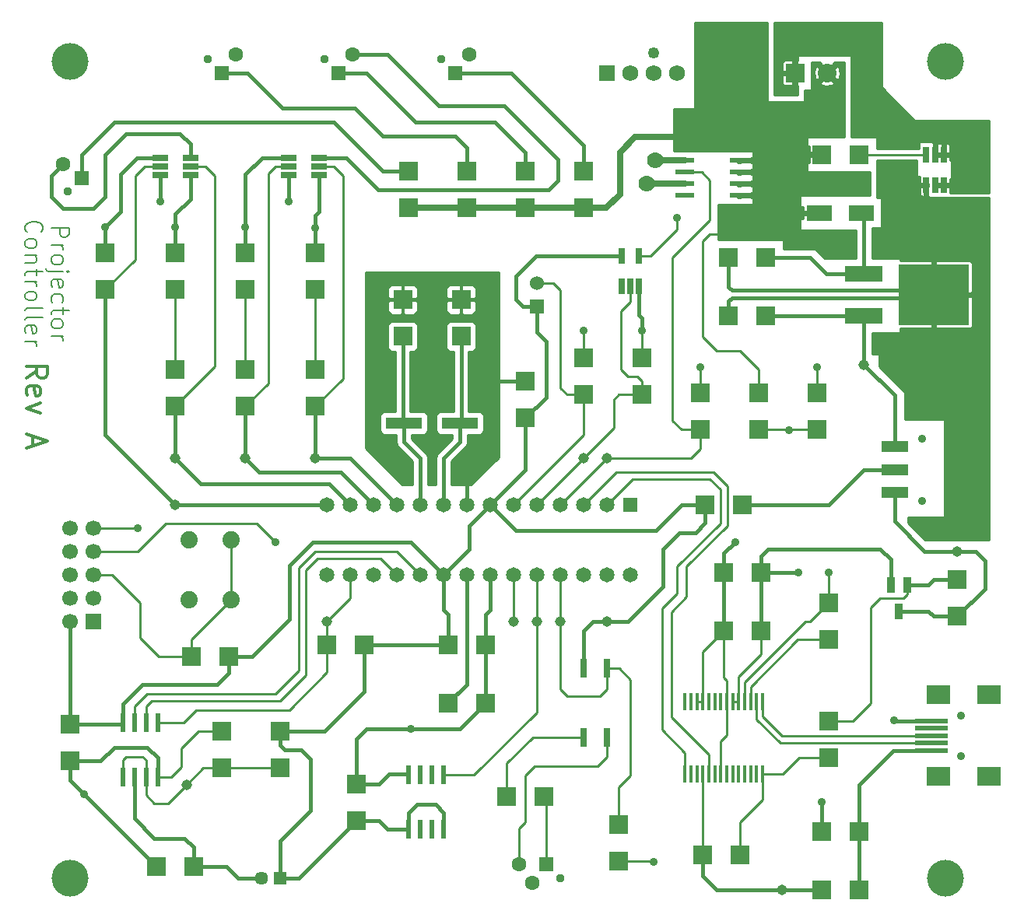
<source format=gtl>
G04 (created by PCBNEW (2013-mar-13)-testing) date Mon 25 Mar 2013 11:40:00 PM EDT*
%MOIN*%
G04 Gerber Fmt 3.4, Leading zero omitted, Abs format*
%FSLAX34Y34*%
G01*
G70*
G90*
G04 APERTURE LIST*
%ADD10C,0.006*%
%ADD11C,0.011811*%
%ADD12C,0.007*%
%ADD13R,0.06X0.06*%
%ADD14C,0.06*%
%ADD15R,0.15748X0.0492126*%
%ADD16R,0.036X0.07*%
%ADD17R,0.0688976X0.0275591*%
%ADD18R,0.0275591X0.0688976*%
%ADD19R,0.0314961X0.0787402*%
%ADD20R,0.023622X0.0787402*%
%ADD21R,0.0787402X0.023622*%
%ADD22R,0.08X0.08*%
%ADD23C,0.045*%
%ADD24R,0.16X0.065*%
%ADD25R,0.3X0.26*%
%ADD26R,0.0669291X0.0669291*%
%ADD27C,0.0669291*%
%ADD28C,0.0649606*%
%ADD29R,0.0649606X0.0649606*%
%ADD30R,0.0570866X0.0570866*%
%ADD31C,0.0570866*%
%ADD32R,0.0688976X0.0688976*%
%ADD33C,0.0688976*%
%ADD34C,0.0492126*%
%ADD35C,0.15748*%
%ADD36R,0.141732X0.019685*%
%ADD37R,0.0984252X0.0787402*%
%ADD38C,0.0354331*%
%ADD39R,0.110236X0.0669291*%
%ADD40R,0.0137X0.075*%
%ADD41R,0.11811X0.0472441*%
%ADD42R,0.0629921X0.0629921*%
%ADD43C,0.0374016*%
%ADD44C,0.0629921*%
%ADD45C,0.074*%
%ADD46C,0.08*%
%ADD47C,0.035*%
%ADD48C,0.07*%
%ADD49C,0.025*%
%ADD50C,0.01*%
%ADD51C,0.015*%
G04 APERTURE END LIST*
G54D10*
G54D11*
X39135Y-35571D02*
X39564Y-35271D01*
X39135Y-35057D02*
X40035Y-35057D01*
X40035Y-35400D01*
X39992Y-35485D01*
X39950Y-35528D01*
X39864Y-35571D01*
X39735Y-35571D01*
X39650Y-35528D01*
X39607Y-35485D01*
X39564Y-35400D01*
X39564Y-35057D01*
X39178Y-36300D02*
X39135Y-36214D01*
X39135Y-36042D01*
X39178Y-35957D01*
X39264Y-35914D01*
X39607Y-35914D01*
X39692Y-35957D01*
X39735Y-36042D01*
X39735Y-36214D01*
X39692Y-36300D01*
X39607Y-36342D01*
X39521Y-36342D01*
X39435Y-35914D01*
X39735Y-36642D02*
X39135Y-36857D01*
X39735Y-37071D01*
X39392Y-38057D02*
X39392Y-38485D01*
X39135Y-37971D02*
X40035Y-38271D01*
X39135Y-38571D01*
G54D12*
X40196Y-29125D02*
X40946Y-29125D01*
X40946Y-29410D01*
X40910Y-29482D01*
X40875Y-29517D01*
X40803Y-29553D01*
X40696Y-29553D01*
X40625Y-29517D01*
X40589Y-29482D01*
X40553Y-29410D01*
X40553Y-29125D01*
X40196Y-29875D02*
X40696Y-29875D01*
X40553Y-29875D02*
X40625Y-29910D01*
X40660Y-29946D01*
X40696Y-30017D01*
X40696Y-30089D01*
X40196Y-30446D02*
X40232Y-30375D01*
X40267Y-30339D01*
X40339Y-30303D01*
X40553Y-30303D01*
X40625Y-30339D01*
X40660Y-30375D01*
X40696Y-30446D01*
X40696Y-30553D01*
X40660Y-30625D01*
X40625Y-30660D01*
X40553Y-30696D01*
X40339Y-30696D01*
X40267Y-30660D01*
X40232Y-30625D01*
X40196Y-30553D01*
X40196Y-30446D01*
X40696Y-31017D02*
X40053Y-31017D01*
X39982Y-30982D01*
X39946Y-30910D01*
X39946Y-30875D01*
X40946Y-31017D02*
X40910Y-30982D01*
X40875Y-31017D01*
X40910Y-31053D01*
X40946Y-31017D01*
X40875Y-31017D01*
X40232Y-31660D02*
X40196Y-31589D01*
X40196Y-31446D01*
X40232Y-31375D01*
X40303Y-31339D01*
X40589Y-31339D01*
X40660Y-31375D01*
X40696Y-31446D01*
X40696Y-31589D01*
X40660Y-31660D01*
X40589Y-31696D01*
X40517Y-31696D01*
X40446Y-31339D01*
X40232Y-32339D02*
X40196Y-32267D01*
X40196Y-32125D01*
X40232Y-32053D01*
X40267Y-32017D01*
X40339Y-31982D01*
X40553Y-31982D01*
X40625Y-32017D01*
X40660Y-32053D01*
X40696Y-32125D01*
X40696Y-32267D01*
X40660Y-32339D01*
X40696Y-32553D02*
X40696Y-32839D01*
X40946Y-32660D02*
X40303Y-32660D01*
X40232Y-32696D01*
X40196Y-32767D01*
X40196Y-32839D01*
X40196Y-33196D02*
X40232Y-33125D01*
X40267Y-33089D01*
X40339Y-33053D01*
X40553Y-33053D01*
X40625Y-33089D01*
X40660Y-33125D01*
X40696Y-33196D01*
X40696Y-33303D01*
X40660Y-33375D01*
X40625Y-33410D01*
X40553Y-33446D01*
X40339Y-33446D01*
X40267Y-33410D01*
X40232Y-33375D01*
X40196Y-33303D01*
X40196Y-33196D01*
X40196Y-33767D02*
X40696Y-33767D01*
X40553Y-33767D02*
X40625Y-33803D01*
X40660Y-33839D01*
X40696Y-33910D01*
X40696Y-33982D01*
X39147Y-29321D02*
X39112Y-29285D01*
X39076Y-29178D01*
X39076Y-29107D01*
X39112Y-29000D01*
X39183Y-28928D01*
X39255Y-28892D01*
X39397Y-28857D01*
X39505Y-28857D01*
X39647Y-28892D01*
X39719Y-28928D01*
X39790Y-29000D01*
X39826Y-29107D01*
X39826Y-29178D01*
X39790Y-29285D01*
X39755Y-29321D01*
X39076Y-29750D02*
X39112Y-29678D01*
X39147Y-29642D01*
X39219Y-29607D01*
X39433Y-29607D01*
X39505Y-29642D01*
X39540Y-29678D01*
X39576Y-29750D01*
X39576Y-29857D01*
X39540Y-29928D01*
X39505Y-29964D01*
X39433Y-30000D01*
X39219Y-30000D01*
X39147Y-29964D01*
X39112Y-29928D01*
X39076Y-29857D01*
X39076Y-29750D01*
X39576Y-30321D02*
X39076Y-30321D01*
X39505Y-30321D02*
X39540Y-30357D01*
X39576Y-30428D01*
X39576Y-30535D01*
X39540Y-30607D01*
X39469Y-30642D01*
X39076Y-30642D01*
X39576Y-30892D02*
X39576Y-31178D01*
X39826Y-31000D02*
X39183Y-31000D01*
X39112Y-31035D01*
X39076Y-31107D01*
X39076Y-31178D01*
X39076Y-31428D02*
X39576Y-31428D01*
X39433Y-31428D02*
X39505Y-31464D01*
X39540Y-31500D01*
X39576Y-31571D01*
X39576Y-31642D01*
X39076Y-32000D02*
X39112Y-31928D01*
X39147Y-31892D01*
X39219Y-31857D01*
X39433Y-31857D01*
X39505Y-31892D01*
X39540Y-31928D01*
X39576Y-32000D01*
X39576Y-32107D01*
X39540Y-32178D01*
X39505Y-32214D01*
X39433Y-32250D01*
X39219Y-32250D01*
X39147Y-32214D01*
X39112Y-32178D01*
X39076Y-32107D01*
X39076Y-32000D01*
X39076Y-32678D02*
X39112Y-32607D01*
X39183Y-32571D01*
X39826Y-32571D01*
X39076Y-33071D02*
X39112Y-33000D01*
X39183Y-32964D01*
X39826Y-32964D01*
X39112Y-33642D02*
X39076Y-33571D01*
X39076Y-33428D01*
X39112Y-33357D01*
X39183Y-33321D01*
X39469Y-33321D01*
X39540Y-33357D01*
X39576Y-33428D01*
X39576Y-33571D01*
X39540Y-33642D01*
X39469Y-33678D01*
X39397Y-33678D01*
X39326Y-33321D01*
X39076Y-33999D02*
X39576Y-33999D01*
X39433Y-33999D02*
X39505Y-34035D01*
X39540Y-34071D01*
X39576Y-34142D01*
X39576Y-34214D01*
G54D13*
X61000Y-32500D03*
G54D14*
X61000Y-31500D03*
G54D15*
X55300Y-37500D03*
X57700Y-37500D03*
G54D16*
X76150Y-44425D03*
X76850Y-44425D03*
X76500Y-45575D03*
G54D17*
X50350Y-26875D03*
X50350Y-26500D03*
X50350Y-26125D03*
X51649Y-26125D03*
X51649Y-26500D03*
X51649Y-26875D03*
X44850Y-26875D03*
X44850Y-26500D03*
X44850Y-26125D03*
X46149Y-26125D03*
X46149Y-26500D03*
X46149Y-26875D03*
G54D18*
X78425Y-27299D03*
X78050Y-27299D03*
X77675Y-27299D03*
X77675Y-26000D03*
X78050Y-26000D03*
X78425Y-26000D03*
X64625Y-30350D03*
X65375Y-30350D03*
X65375Y-31649D03*
X65000Y-31649D03*
X64625Y-31649D03*
G54D19*
X63000Y-50976D03*
X64000Y-50976D03*
X64000Y-48023D03*
X63000Y-48023D03*
G54D20*
X57000Y-54911D03*
X57000Y-52588D03*
X56500Y-54911D03*
X56000Y-54911D03*
X55500Y-54911D03*
X56500Y-52588D03*
X56000Y-52588D03*
X55500Y-52588D03*
X43250Y-50338D03*
X43250Y-52661D03*
X43750Y-50338D03*
X44250Y-50338D03*
X44750Y-50338D03*
X43750Y-52661D03*
X44250Y-52661D03*
X44750Y-52661D03*
G54D21*
X69661Y-26250D03*
X67338Y-26250D03*
X69661Y-26750D03*
X69661Y-27250D03*
X69661Y-27750D03*
X67338Y-26750D03*
X67338Y-27250D03*
X67338Y-27750D03*
G54D22*
X61290Y-53500D03*
X59710Y-53500D03*
X64500Y-54710D03*
X64500Y-56290D03*
X73210Y-26000D03*
X74790Y-26000D03*
X69790Y-41000D03*
X68210Y-41000D03*
X74790Y-57500D03*
X73210Y-57500D03*
X63000Y-28290D03*
X63000Y-26710D03*
X55500Y-28290D03*
X55500Y-26710D03*
X70590Y-43900D03*
X69010Y-43900D03*
X58000Y-28290D03*
X58000Y-26710D03*
X60500Y-28290D03*
X60500Y-26710D03*
X41000Y-50410D03*
X41000Y-51990D03*
X70590Y-46400D03*
X69010Y-46400D03*
X70790Y-30400D03*
X69210Y-30400D03*
X70790Y-32900D03*
X69210Y-32900D03*
X68000Y-37790D03*
X68000Y-36210D03*
X65500Y-36290D03*
X65500Y-34710D03*
X42500Y-31790D03*
X42500Y-30210D03*
X79000Y-44210D03*
X79000Y-45790D03*
X73500Y-51840D03*
X73500Y-50260D03*
X74790Y-55000D03*
X73210Y-55000D03*
X60500Y-37290D03*
X60500Y-35710D03*
X57210Y-47000D03*
X58790Y-47000D03*
X57210Y-49500D03*
X58790Y-49500D03*
X57750Y-33790D03*
X57750Y-32210D03*
X73500Y-46790D03*
X73500Y-45210D03*
X68110Y-56000D03*
X69690Y-56000D03*
X45500Y-31790D03*
X45500Y-30210D03*
X48500Y-31790D03*
X48500Y-30210D03*
X51500Y-31790D03*
X51500Y-30210D03*
X63000Y-36290D03*
X63000Y-34710D03*
X55250Y-33790D03*
X55250Y-32210D03*
X50000Y-50710D03*
X50000Y-52290D03*
X47500Y-52290D03*
X47500Y-50710D03*
X47790Y-47500D03*
X46210Y-47500D03*
X53590Y-47000D03*
X52010Y-47000D03*
X53250Y-54540D03*
X53250Y-52960D03*
X46290Y-56500D03*
X44710Y-56500D03*
X70500Y-36210D03*
X70500Y-37790D03*
X73000Y-37790D03*
X73000Y-36210D03*
X51500Y-36790D03*
X51500Y-35210D03*
X48500Y-36790D03*
X48500Y-35210D03*
X45500Y-36790D03*
X45500Y-35210D03*
G54D23*
X64000Y-46000D03*
X71500Y-57500D03*
X62000Y-46000D03*
X79000Y-43000D03*
X75000Y-35000D03*
X52000Y-46000D03*
X46000Y-53000D03*
X64000Y-39000D03*
X63000Y-39000D03*
X48500Y-39000D03*
X51500Y-39000D03*
X45500Y-39000D03*
X45500Y-41000D03*
X60000Y-46000D03*
X61000Y-46000D03*
G54D24*
X75000Y-31100D03*
G54D25*
X78000Y-32000D03*
G54D24*
X75000Y-32900D03*
G54D26*
X42000Y-46000D03*
G54D27*
X42000Y-45000D03*
X42000Y-44000D03*
X42000Y-43000D03*
X42000Y-42000D03*
X41000Y-42000D03*
X41000Y-43000D03*
X41000Y-44000D03*
X41000Y-45000D03*
X41000Y-46000D03*
G54D28*
X64000Y-41000D03*
X63000Y-41000D03*
X62000Y-41000D03*
X61000Y-41000D03*
X60000Y-41000D03*
X59000Y-41000D03*
X58000Y-41000D03*
X57000Y-41000D03*
X56000Y-41000D03*
X55000Y-41000D03*
X54000Y-41000D03*
X53000Y-41000D03*
X52000Y-41000D03*
G54D29*
X65000Y-41000D03*
G54D28*
X52000Y-44000D03*
X53000Y-44000D03*
X54000Y-44000D03*
X55000Y-44000D03*
X56000Y-44000D03*
X57000Y-44000D03*
X58000Y-44000D03*
X59000Y-44000D03*
X60000Y-44000D03*
X61000Y-44000D03*
X62000Y-44000D03*
X63000Y-44000D03*
X64000Y-44000D03*
X65000Y-44000D03*
G54D30*
X49993Y-57000D03*
G54D31*
X49206Y-57000D03*
G54D32*
X64000Y-22500D03*
G54D33*
X65000Y-22500D03*
X66000Y-22500D03*
X67000Y-22500D03*
G54D34*
X66000Y-21650D03*
G54D35*
X78500Y-57000D03*
X78500Y-22000D03*
X41000Y-57000D03*
X41000Y-22000D03*
G54D36*
X77885Y-51529D03*
X77885Y-51214D03*
X77885Y-50900D03*
X77885Y-50585D03*
X77885Y-50270D03*
G54D37*
X78181Y-52652D03*
X80346Y-52652D03*
X78181Y-49148D03*
X80346Y-49148D03*
G54D38*
X79165Y-51766D03*
X79165Y-50034D03*
G54D39*
X73094Y-28500D03*
X74905Y-28500D03*
G54D40*
X67335Y-52550D03*
X67595Y-52550D03*
X67850Y-52550D03*
X68105Y-52550D03*
X68360Y-52550D03*
X68620Y-52550D03*
X68870Y-52550D03*
X69125Y-52550D03*
X69380Y-52550D03*
X69640Y-52550D03*
X69895Y-52550D03*
X70150Y-52550D03*
X70405Y-52550D03*
X70660Y-52550D03*
X70660Y-49450D03*
X70410Y-49450D03*
X70150Y-49450D03*
X69895Y-49450D03*
X69640Y-49450D03*
X69385Y-49450D03*
X69130Y-49450D03*
X68875Y-49450D03*
X68615Y-49450D03*
X68360Y-49450D03*
X68105Y-49450D03*
X67850Y-49450D03*
X67590Y-49450D03*
X67335Y-49450D03*
G54D41*
X76318Y-38515D03*
X76318Y-39500D03*
X76318Y-40484D03*
G54D38*
X77500Y-40838D03*
X77500Y-38161D03*
G54D42*
X47500Y-22493D03*
G54D43*
X46909Y-21903D03*
G54D44*
X48090Y-21706D03*
G54D42*
X52500Y-22493D03*
G54D43*
X51909Y-21903D03*
G54D44*
X53090Y-21706D03*
G54D42*
X57500Y-22493D03*
G54D43*
X56909Y-21903D03*
G54D44*
X58090Y-21706D03*
G54D42*
X41493Y-27000D03*
G54D43*
X40903Y-27590D03*
G54D44*
X40706Y-26409D03*
G54D42*
X61400Y-56406D03*
G54D43*
X61990Y-56996D03*
G54D44*
X60809Y-57193D03*
X60214Y-56406D03*
G54D45*
X47890Y-42520D03*
X47890Y-45080D03*
X46110Y-42520D03*
X46110Y-45080D03*
G54D46*
X73427Y-22500D03*
G54D22*
X72050Y-22500D03*
G54D47*
X71800Y-37800D03*
X43900Y-42000D03*
X49800Y-42600D03*
X72200Y-43900D03*
X55600Y-50600D03*
X41600Y-53400D03*
G54D48*
X66050Y-26250D03*
X77500Y-28800D03*
G54D47*
X66000Y-56300D03*
X73200Y-53750D03*
X76300Y-50250D03*
X73500Y-43900D03*
X69500Y-42600D03*
X73000Y-35100D03*
X68000Y-35100D03*
X65500Y-33550D03*
X48500Y-29100D03*
X63000Y-33550D03*
X42500Y-29100D03*
X45500Y-29100D03*
X51500Y-29150D03*
X56500Y-32200D03*
G54D48*
X65700Y-27250D03*
G54D47*
X67000Y-28700D03*
X50350Y-28000D03*
X44850Y-28000D03*
G54D49*
X63000Y-28290D02*
X63960Y-28290D01*
X72100Y-26000D02*
X73210Y-26000D01*
X71350Y-25250D02*
X72100Y-26000D01*
X65200Y-25250D02*
X71350Y-25250D01*
X64550Y-25900D02*
X65200Y-25250D01*
X64550Y-27700D02*
X64550Y-25900D01*
X63960Y-28290D02*
X64550Y-27700D01*
G54D50*
X70500Y-36210D02*
X70500Y-35200D01*
X71700Y-28500D02*
X73094Y-28500D01*
X70800Y-29400D02*
X71700Y-28500D01*
X68400Y-29400D02*
X70800Y-29400D01*
X68100Y-29700D02*
X68400Y-29400D01*
X68100Y-33800D02*
X68100Y-29700D01*
X68700Y-34400D02*
X68100Y-33800D01*
X69700Y-34400D02*
X68700Y-34400D01*
X70500Y-35200D02*
X69700Y-34400D01*
G54D49*
X60500Y-28290D02*
X63000Y-28290D01*
X58000Y-28290D02*
X60500Y-28290D01*
X55500Y-28290D02*
X58000Y-28290D01*
G54D51*
X60500Y-37290D02*
X60510Y-37290D01*
X61000Y-33600D02*
X61000Y-32500D01*
X61400Y-34000D02*
X61000Y-33600D01*
X61400Y-36400D02*
X61400Y-34000D01*
X60510Y-37290D02*
X61400Y-36400D01*
X61000Y-32500D02*
X60400Y-32500D01*
X60400Y-32500D02*
X60100Y-32200D01*
X60100Y-32200D02*
X60100Y-31200D01*
X60100Y-31200D02*
X60949Y-30350D01*
X60949Y-30350D02*
X64625Y-30350D01*
X49993Y-57000D02*
X50790Y-57000D01*
X50790Y-57000D02*
X53250Y-54540D01*
X55500Y-54911D02*
X55500Y-54200D01*
X57000Y-54200D02*
X57000Y-54911D01*
X56650Y-53850D02*
X57000Y-54200D01*
X55850Y-53850D02*
X56650Y-53850D01*
X55500Y-54200D02*
X55850Y-53850D01*
X53250Y-54540D02*
X54240Y-54540D01*
X54240Y-54540D02*
X54611Y-54911D01*
X54611Y-54911D02*
X55500Y-54911D01*
X64000Y-46000D02*
X64900Y-46000D01*
X68210Y-41790D02*
X68210Y-41000D01*
X67800Y-42200D02*
X68210Y-41790D01*
X67100Y-42200D02*
X67800Y-42200D01*
X66400Y-42900D02*
X67100Y-42200D01*
X66400Y-44500D02*
X66400Y-42900D01*
X64900Y-46000D02*
X66400Y-44500D01*
X68210Y-41000D02*
X67200Y-41000D01*
X67200Y-41000D02*
X66100Y-42100D01*
X66100Y-42100D02*
X60100Y-42100D01*
X60100Y-42100D02*
X59000Y-41000D01*
X41000Y-50410D02*
X43178Y-50410D01*
X43178Y-50410D02*
X43250Y-50338D01*
X41000Y-50410D02*
X41000Y-46000D01*
X59000Y-41000D02*
X58100Y-41900D01*
X58100Y-42900D02*
X57000Y-44000D01*
X58100Y-41900D02*
X58100Y-42900D01*
X63000Y-48023D02*
X63000Y-46400D01*
X63400Y-46000D02*
X64000Y-46000D01*
X63000Y-46400D02*
X63400Y-46000D01*
X47790Y-47500D02*
X47790Y-48210D01*
X47790Y-48210D02*
X47300Y-48700D01*
X47300Y-48700D02*
X44100Y-48700D01*
X44100Y-48700D02*
X43250Y-49550D01*
X43250Y-49550D02*
X43250Y-50338D01*
X47790Y-47500D02*
X48800Y-47500D01*
X48800Y-47500D02*
X50400Y-45900D01*
X50400Y-45900D02*
X50400Y-43600D01*
X50400Y-43600D02*
X51400Y-42600D01*
X51400Y-42600D02*
X55600Y-42600D01*
X55600Y-42600D02*
X57000Y-44000D01*
X49993Y-57000D02*
X49993Y-55406D01*
X50000Y-51300D02*
X50000Y-50710D01*
X50200Y-51500D02*
X50000Y-51300D01*
X50900Y-51500D02*
X50200Y-51500D01*
X51300Y-51900D02*
X50900Y-51500D01*
X51300Y-54100D02*
X51300Y-51900D01*
X49993Y-55406D02*
X51300Y-54100D01*
X50000Y-50710D02*
X51890Y-50710D01*
X53590Y-49010D02*
X53590Y-47000D01*
X51890Y-50710D02*
X53590Y-49010D01*
X57210Y-47000D02*
X53590Y-47000D01*
X59000Y-41000D02*
X60500Y-39500D01*
X60500Y-39500D02*
X60500Y-37290D01*
X57000Y-44000D02*
X57000Y-45500D01*
X57210Y-45710D02*
X57210Y-47000D01*
X57000Y-45500D02*
X57210Y-45710D01*
X79000Y-43000D02*
X77600Y-43000D01*
X76318Y-41718D02*
X76318Y-40484D01*
X77600Y-43000D02*
X76318Y-41718D01*
X79000Y-45790D02*
X79010Y-45790D01*
X79800Y-43000D02*
X79000Y-43000D01*
X80200Y-43400D02*
X79800Y-43000D01*
X80200Y-44600D02*
X80200Y-43400D01*
X79010Y-45790D02*
X80200Y-44600D01*
X76500Y-45575D02*
X77775Y-45575D01*
X77990Y-45790D02*
X79000Y-45790D01*
X77775Y-45575D02*
X77990Y-45790D01*
G54D50*
X73000Y-37790D02*
X71810Y-37790D01*
X71810Y-37790D02*
X71800Y-37800D01*
X71790Y-37790D02*
X70500Y-37790D01*
X71800Y-37800D02*
X71790Y-37790D01*
X60000Y-46000D02*
X60000Y-44000D01*
X57000Y-52588D02*
X58311Y-52588D01*
X61000Y-49900D02*
X61000Y-46000D01*
X58311Y-52588D02*
X61000Y-49900D01*
X61000Y-46000D02*
X61000Y-44000D01*
X68000Y-37790D02*
X67190Y-37790D01*
X68050Y-26750D02*
X67338Y-26750D01*
X68400Y-27100D02*
X68050Y-26750D01*
X68400Y-28800D02*
X68400Y-27100D01*
X66800Y-30400D02*
X68400Y-28800D01*
X66800Y-37400D02*
X66800Y-30400D01*
X67190Y-37790D02*
X66800Y-37400D01*
X64000Y-39000D02*
X67600Y-39000D01*
X68000Y-38600D02*
X68000Y-37790D01*
X67600Y-39000D02*
X68000Y-38600D01*
X62000Y-41000D02*
X64000Y-39000D01*
X65500Y-36290D02*
X65500Y-35700D01*
X65000Y-32300D02*
X65000Y-31649D01*
X64600Y-32700D02*
X65000Y-32300D01*
X64600Y-35200D02*
X64600Y-32700D01*
X64900Y-35500D02*
X64600Y-35200D01*
X65300Y-35500D02*
X64900Y-35500D01*
X65500Y-35700D02*
X65300Y-35500D01*
X61000Y-41000D02*
X63000Y-39000D01*
X63000Y-39000D02*
X64300Y-37700D01*
X64300Y-37700D02*
X64300Y-36500D01*
X64300Y-36500D02*
X64510Y-36290D01*
X64510Y-36290D02*
X65500Y-36290D01*
X42500Y-31790D02*
X42510Y-31790D01*
X44200Y-26500D02*
X44850Y-26500D01*
X43800Y-26900D02*
X44200Y-26500D01*
X43800Y-30500D02*
X43800Y-26900D01*
X42510Y-31790D02*
X43800Y-30500D01*
G54D51*
X45500Y-41000D02*
X42500Y-38000D01*
X42500Y-38000D02*
X42500Y-31790D01*
X45500Y-41000D02*
X52000Y-41000D01*
G54D50*
X46149Y-26500D02*
X46800Y-26500D01*
X47200Y-35090D02*
X45500Y-36790D01*
X47200Y-26900D02*
X47200Y-35090D01*
X46800Y-26500D02*
X47200Y-26900D01*
G54D51*
X45500Y-39000D02*
X46600Y-40100D01*
X52100Y-40100D02*
X53000Y-41000D01*
X46600Y-40100D02*
X52100Y-40100D01*
X45500Y-36790D02*
X45500Y-39000D01*
X51500Y-39000D02*
X51500Y-36790D01*
X55000Y-41000D02*
X53000Y-39000D01*
X53000Y-39000D02*
X51500Y-39000D01*
G54D50*
X51500Y-36790D02*
X51510Y-36790D01*
X51510Y-36790D02*
X52700Y-35600D01*
X52700Y-35600D02*
X52700Y-26900D01*
X52700Y-26900D02*
X52300Y-26500D01*
X52300Y-26500D02*
X51649Y-26500D01*
G54D51*
X48500Y-36790D02*
X48500Y-39000D01*
X48500Y-39000D02*
X49100Y-39600D01*
X49100Y-39600D02*
X52600Y-39600D01*
X52600Y-39600D02*
X54000Y-41000D01*
G54D50*
X48500Y-36790D02*
X48510Y-36790D01*
X49800Y-26500D02*
X50350Y-26500D01*
X49500Y-26800D02*
X49800Y-26500D01*
X49500Y-35800D02*
X49500Y-26800D01*
X48510Y-36790D02*
X49500Y-35800D01*
X44250Y-50338D02*
X44250Y-49650D01*
X54300Y-43300D02*
X55000Y-44000D01*
X51600Y-43300D02*
X54300Y-43300D01*
X51100Y-43800D02*
X51600Y-43300D01*
X51100Y-48300D02*
X51100Y-43800D01*
X50000Y-49400D02*
X51100Y-48300D01*
X44500Y-49400D02*
X50000Y-49400D01*
X44250Y-49650D02*
X44500Y-49400D01*
X43900Y-42000D02*
X42000Y-42000D01*
X64000Y-48023D02*
X64000Y-48900D01*
X62000Y-48900D02*
X62000Y-46000D01*
X62300Y-49200D02*
X62000Y-48900D01*
X63700Y-49200D02*
X62300Y-49200D01*
X64000Y-48900D02*
X63700Y-49200D01*
X64500Y-54710D02*
X64500Y-53100D01*
X64523Y-48023D02*
X64000Y-48023D01*
X65000Y-48500D02*
X64523Y-48023D01*
X65000Y-52600D02*
X65000Y-48500D01*
X64500Y-53100D02*
X65000Y-52600D01*
X62000Y-44000D02*
X62000Y-46000D01*
X43750Y-50338D02*
X43750Y-49650D01*
X55000Y-43000D02*
X56000Y-44000D01*
X51500Y-43000D02*
X55000Y-43000D01*
X50800Y-43700D02*
X51500Y-43000D01*
X50800Y-48100D02*
X50800Y-43700D01*
X49800Y-49100D02*
X50800Y-48100D01*
X44300Y-49100D02*
X49800Y-49100D01*
X43750Y-49650D02*
X44300Y-49100D01*
X42000Y-43000D02*
X43900Y-43000D01*
X49000Y-41800D02*
X49800Y-42600D01*
X45100Y-41800D02*
X49000Y-41800D01*
X43900Y-43000D02*
X45100Y-41800D01*
X64000Y-41000D02*
X65100Y-39900D01*
X67335Y-51635D02*
X67335Y-52550D01*
X66350Y-50650D02*
X67335Y-51635D01*
X66350Y-45450D02*
X66350Y-50650D01*
X67000Y-44800D02*
X66350Y-45450D01*
X67000Y-43650D02*
X67000Y-44800D01*
X68850Y-41800D02*
X67000Y-43650D01*
X68850Y-40350D02*
X68850Y-41800D01*
X68400Y-39900D02*
X68850Y-40350D01*
X65100Y-39900D02*
X68400Y-39900D01*
X68360Y-52550D02*
X68360Y-51710D01*
X64400Y-39600D02*
X63000Y-41000D01*
X68550Y-39600D02*
X64400Y-39600D01*
X69150Y-40200D02*
X68550Y-39600D01*
X69150Y-41900D02*
X69150Y-40200D01*
X67400Y-43650D02*
X69150Y-41900D01*
X67400Y-44950D02*
X67400Y-43650D01*
X66750Y-45600D02*
X67400Y-44950D01*
X66750Y-50100D02*
X66750Y-45600D01*
X68360Y-51710D02*
X66750Y-50100D01*
G54D51*
X72200Y-43900D02*
X70590Y-43900D01*
X70590Y-43900D02*
X70590Y-43210D01*
X70590Y-43210D02*
X70900Y-42900D01*
X70900Y-42900D02*
X75700Y-42900D01*
X75700Y-42900D02*
X76150Y-43350D01*
X76150Y-43350D02*
X76150Y-44425D01*
G54D50*
X69640Y-49450D02*
X69640Y-48360D01*
X70590Y-47410D02*
X70590Y-46400D01*
X69640Y-48360D02*
X70590Y-47410D01*
G54D51*
X70590Y-46400D02*
X70590Y-43900D01*
X71500Y-57500D02*
X68700Y-57500D01*
X68110Y-56910D02*
X68110Y-56000D01*
X68700Y-57500D02*
X68110Y-56910D01*
G54D50*
X68110Y-56000D02*
X68110Y-52555D01*
X68110Y-52555D02*
X68105Y-52550D01*
G54D51*
X73210Y-57500D02*
X71500Y-57500D01*
G54D50*
X69385Y-49450D02*
X69640Y-49450D01*
X44750Y-50338D02*
X45861Y-50338D01*
X52010Y-48190D02*
X52010Y-47000D01*
X50400Y-49800D02*
X52010Y-48190D01*
X46400Y-49800D02*
X50400Y-49800D01*
X45861Y-50338D02*
X46400Y-49800D01*
X52010Y-47000D02*
X52010Y-46010D01*
X52010Y-46010D02*
X53000Y-45020D01*
X53000Y-45020D02*
X53000Y-44000D01*
X46210Y-47500D02*
X46210Y-46760D01*
X46210Y-46760D02*
X47890Y-45080D01*
X42000Y-44000D02*
X42800Y-44000D01*
X44800Y-47500D02*
X46210Y-47500D01*
X44000Y-46700D02*
X44800Y-47500D01*
X44000Y-45200D02*
X44000Y-46700D01*
X42800Y-44000D02*
X44000Y-45200D01*
X47890Y-45080D02*
X47890Y-42520D01*
X73500Y-50260D02*
X74540Y-50260D01*
X76850Y-44850D02*
X76850Y-44425D01*
X76700Y-45000D02*
X76850Y-44850D01*
X75700Y-45000D02*
X76700Y-45000D01*
X75300Y-45400D02*
X75700Y-45000D01*
X75300Y-49500D02*
X75300Y-45400D01*
X74540Y-50260D02*
X75300Y-49500D01*
G54D51*
X76850Y-44425D02*
X77775Y-44425D01*
X77775Y-44425D02*
X77990Y-44210D01*
X77990Y-44210D02*
X79000Y-44210D01*
G54D50*
X73500Y-50260D02*
X73500Y-50250D01*
G54D51*
X58790Y-49500D02*
X57690Y-50600D01*
X53250Y-51050D02*
X53700Y-50600D01*
X53700Y-50600D02*
X55600Y-50600D01*
X53250Y-51050D02*
X53250Y-52960D01*
X57690Y-50600D02*
X55600Y-50600D01*
X53250Y-52960D02*
X54240Y-52960D01*
X54240Y-52960D02*
X54650Y-52550D01*
X54650Y-52550D02*
X55461Y-52550D01*
X55461Y-52550D02*
X55500Y-52588D01*
X41000Y-51990D02*
X41000Y-52800D01*
X44700Y-56500D02*
X41600Y-53400D01*
X44700Y-56500D02*
X44710Y-56500D01*
X41000Y-52800D02*
X41600Y-53400D01*
G54D49*
X67338Y-26250D02*
X66050Y-26250D01*
G54D50*
X77675Y-27299D02*
X77200Y-27299D01*
X77000Y-28300D02*
X77500Y-28800D01*
X77000Y-27500D02*
X77000Y-28300D01*
X77200Y-27299D02*
X77000Y-27500D01*
G54D51*
X60500Y-35710D02*
X59010Y-35710D01*
X59010Y-35710D02*
X59000Y-35700D01*
X58000Y-41000D02*
X58000Y-39800D01*
G54D50*
X44750Y-52661D02*
X45338Y-52661D01*
X46490Y-50710D02*
X47500Y-50710D01*
X45750Y-51450D02*
X46490Y-50710D01*
X45750Y-52250D02*
X45750Y-51450D01*
X45338Y-52661D02*
X45750Y-52250D01*
X64500Y-56290D02*
X65350Y-56290D01*
X65990Y-56290D02*
X66000Y-56300D01*
X65350Y-56290D02*
X65990Y-56290D01*
G54D51*
X73210Y-55000D02*
X73210Y-53760D01*
X73210Y-53760D02*
X73200Y-53750D01*
X77885Y-50270D02*
X76320Y-50270D01*
X76320Y-50270D02*
X76300Y-50250D01*
G54D50*
X73500Y-45210D02*
X73500Y-43900D01*
G54D51*
X69010Y-43900D02*
X69010Y-43090D01*
X69010Y-43090D02*
X69500Y-42600D01*
G54D50*
X73000Y-36210D02*
X73000Y-35100D01*
X68000Y-36210D02*
X68000Y-35100D01*
G54D51*
X69210Y-30400D02*
X69210Y-31660D01*
X77800Y-31800D02*
X78000Y-32000D01*
X69350Y-31800D02*
X77800Y-31800D01*
X69210Y-31660D02*
X69350Y-31800D01*
X69210Y-32900D02*
X69210Y-32290D01*
X77850Y-32150D02*
X78000Y-32000D01*
X69350Y-32150D02*
X77850Y-32150D01*
X69210Y-32290D02*
X69350Y-32150D01*
G54D50*
X65500Y-34710D02*
X65500Y-33550D01*
G54D51*
X65375Y-32875D02*
X65500Y-33000D01*
X65500Y-33000D02*
X65500Y-33550D01*
X65375Y-32875D02*
X65375Y-31649D01*
X48500Y-30210D02*
X48500Y-29100D01*
X49225Y-26125D02*
X48500Y-26850D01*
X48500Y-26850D02*
X48500Y-29100D01*
X49225Y-26125D02*
X50350Y-26125D01*
G54D50*
X63000Y-34710D02*
X63000Y-33550D01*
G54D51*
X44850Y-26125D02*
X43875Y-26125D01*
X42500Y-29100D02*
X42500Y-30210D01*
X43150Y-28450D02*
X42500Y-29100D01*
X43150Y-26850D02*
X43150Y-28450D01*
X43875Y-26125D02*
X43150Y-26850D01*
X46149Y-26875D02*
X46149Y-27900D01*
X45500Y-29100D02*
X45500Y-30210D01*
X45500Y-28550D02*
X45500Y-29100D01*
X46149Y-27900D02*
X45500Y-28550D01*
X51649Y-26875D02*
X51649Y-28450D01*
X51500Y-29150D02*
X51500Y-30210D01*
X51500Y-28600D02*
X51500Y-29150D01*
X51649Y-28450D02*
X51500Y-28600D01*
X41000Y-51990D02*
X42310Y-51990D01*
X44750Y-51850D02*
X44750Y-52661D01*
X44300Y-51400D02*
X44750Y-51850D01*
X42900Y-51400D02*
X44300Y-51400D01*
X42310Y-51990D02*
X42900Y-51400D01*
G54D50*
X68105Y-49450D02*
X68105Y-47305D01*
X68105Y-47305D02*
X69010Y-46400D01*
X69130Y-49450D02*
X69130Y-48530D01*
X69130Y-48530D02*
X69010Y-48410D01*
X69010Y-48410D02*
X69010Y-46400D01*
X69895Y-49450D02*
X69895Y-48605D01*
X72710Y-46000D02*
X73500Y-45210D01*
X72500Y-46000D02*
X72710Y-46000D01*
X69895Y-48605D02*
X72500Y-46000D01*
X68870Y-52550D02*
X68870Y-51130D01*
X69130Y-50870D02*
X69130Y-49450D01*
X68870Y-51130D02*
X69130Y-50870D01*
G54D51*
X69010Y-43900D02*
X69010Y-46400D01*
X58790Y-49500D02*
X58790Y-47000D01*
G54D50*
X67850Y-49450D02*
X68105Y-49450D01*
G54D51*
X57750Y-32210D02*
X56510Y-32210D01*
X56490Y-32210D02*
X56500Y-32200D01*
X56490Y-32210D02*
X55250Y-32210D01*
X56510Y-32210D02*
X56500Y-32200D01*
X58790Y-47000D02*
X58790Y-45710D01*
X59000Y-45500D02*
X59000Y-44000D01*
X58790Y-45710D02*
X59000Y-45500D01*
G54D50*
X51500Y-35210D02*
X51500Y-31790D01*
G54D51*
X46290Y-56500D02*
X46290Y-55690D01*
X43750Y-54450D02*
X43750Y-52661D01*
X44600Y-55300D02*
X43750Y-54450D01*
X45900Y-55300D02*
X44600Y-55300D01*
X46290Y-55690D02*
X45900Y-55300D01*
X49206Y-57000D02*
X48200Y-57000D01*
X47700Y-56500D02*
X46290Y-56500D01*
X48200Y-57000D02*
X47700Y-56500D01*
X57210Y-49500D02*
X57210Y-49490D01*
X58000Y-48700D02*
X58000Y-44000D01*
X57210Y-49490D02*
X58000Y-48700D01*
X75000Y-31100D02*
X73400Y-31100D01*
X73400Y-31100D02*
X72700Y-30400D01*
X72700Y-30400D02*
X70790Y-30400D01*
X75000Y-31100D02*
X75000Y-28594D01*
X75000Y-28594D02*
X74905Y-28500D01*
G54D50*
X77885Y-51214D02*
X71414Y-51214D01*
X70410Y-50210D02*
X70410Y-49450D01*
X71414Y-51214D02*
X70410Y-50210D01*
X70660Y-49450D02*
X70660Y-50060D01*
X71500Y-50900D02*
X77885Y-50900D01*
X70660Y-50060D02*
X71500Y-50900D01*
X63000Y-36290D02*
X62290Y-36290D01*
X61700Y-31500D02*
X61000Y-31500D01*
X62000Y-31800D02*
X61700Y-31500D01*
X62000Y-36000D02*
X62000Y-31800D01*
X62290Y-36290D02*
X62000Y-36000D01*
X60000Y-41000D02*
X63000Y-38000D01*
X63000Y-38000D02*
X63000Y-36290D01*
X73500Y-51840D02*
X72240Y-51840D01*
X71530Y-52550D02*
X70660Y-52550D01*
X72240Y-51840D02*
X71530Y-52550D01*
X69690Y-56000D02*
X69690Y-54610D01*
X70660Y-53640D02*
X70660Y-52550D01*
X69690Y-54610D02*
X70660Y-53640D01*
X70150Y-49450D02*
X70150Y-48800D01*
X72160Y-46790D02*
X73500Y-46790D01*
X70150Y-48800D02*
X72160Y-46790D01*
G54D51*
X74790Y-57500D02*
X74790Y-55000D01*
X77885Y-51529D02*
X76270Y-51529D01*
X74790Y-53010D02*
X74790Y-55000D01*
X76270Y-51529D02*
X74790Y-53010D01*
G54D50*
X74790Y-26000D02*
X77674Y-26000D01*
X77674Y-26000D02*
X77675Y-26000D01*
G54D49*
X67338Y-27250D02*
X65700Y-27250D01*
G54D50*
X65375Y-30350D02*
X65849Y-30350D01*
X67000Y-29200D02*
X67000Y-28700D01*
X65849Y-30350D02*
X67000Y-29200D01*
X61400Y-56406D02*
X61400Y-53610D01*
X61400Y-53610D02*
X61290Y-53500D01*
X59710Y-53500D02*
X59710Y-52090D01*
X60823Y-50976D02*
X63000Y-50976D01*
X59710Y-52090D02*
X60823Y-50976D01*
X64000Y-50976D02*
X64000Y-51800D01*
X60214Y-54885D02*
X60214Y-56406D01*
X60500Y-54600D02*
X60214Y-54885D01*
X60500Y-52600D02*
X60500Y-54600D01*
X60900Y-52200D02*
X60500Y-52600D01*
X63600Y-52200D02*
X60900Y-52200D01*
X64000Y-51800D02*
X63600Y-52200D01*
G54D51*
X76318Y-38515D02*
X76318Y-36318D01*
X76318Y-36318D02*
X75000Y-35000D01*
X75000Y-32900D02*
X75000Y-35000D01*
X75000Y-32900D02*
X70790Y-32900D01*
X50350Y-27999D02*
X50350Y-26875D01*
X50350Y-28000D02*
X50350Y-27999D01*
G54D50*
X45500Y-35210D02*
X45500Y-31790D01*
G54D51*
X44850Y-27999D02*
X44850Y-26875D01*
X44850Y-28000D02*
X44850Y-27999D01*
X53090Y-21706D02*
X54606Y-21706D01*
X52825Y-26125D02*
X51649Y-26125D01*
X54200Y-27500D02*
X52825Y-26125D01*
X61500Y-27500D02*
X54200Y-27500D01*
X61900Y-27100D02*
X61500Y-27500D01*
X61900Y-26200D02*
X61900Y-27100D01*
X59600Y-23900D02*
X61900Y-26200D01*
X56800Y-23900D02*
X59600Y-23900D01*
X54606Y-21706D02*
X56800Y-23900D01*
X40706Y-26409D02*
X40200Y-26915D01*
X46149Y-25549D02*
X46149Y-26125D01*
X45700Y-25100D02*
X46149Y-25549D01*
X43400Y-25100D02*
X45700Y-25100D01*
X42500Y-26000D02*
X43400Y-25100D01*
X42500Y-27800D02*
X42500Y-26000D01*
X42000Y-28300D02*
X42500Y-27800D01*
X40700Y-28300D02*
X42000Y-28300D01*
X40200Y-27800D02*
X40700Y-28300D01*
X40200Y-26915D02*
X40200Y-27800D01*
X47500Y-22493D02*
X48593Y-22493D01*
X58000Y-25700D02*
X58000Y-26710D01*
X57500Y-25200D02*
X58000Y-25700D01*
X54400Y-25200D02*
X57500Y-25200D01*
X53200Y-24000D02*
X54400Y-25200D01*
X50100Y-24000D02*
X53200Y-24000D01*
X48593Y-22493D02*
X50100Y-24000D01*
X63000Y-26710D02*
X63000Y-25600D01*
X59893Y-22493D02*
X57500Y-22493D01*
X63000Y-25600D02*
X59893Y-22493D01*
X41493Y-27000D02*
X41493Y-26006D01*
X54410Y-26710D02*
X55500Y-26710D01*
X52300Y-24600D02*
X54410Y-26710D01*
X42900Y-24600D02*
X52300Y-24600D01*
X41493Y-26006D02*
X42900Y-24600D01*
X52500Y-22493D02*
X53693Y-22493D01*
X60500Y-25900D02*
X60500Y-26710D01*
X59200Y-24600D02*
X60500Y-25900D01*
X55800Y-24600D02*
X59200Y-24600D01*
X53693Y-22493D02*
X55800Y-24600D01*
X69790Y-41000D02*
X73500Y-41000D01*
X75000Y-39500D02*
X76318Y-39500D01*
X73500Y-41000D02*
X75000Y-39500D01*
G54D50*
X48500Y-35210D02*
X48500Y-31790D01*
G54D51*
X55250Y-33790D02*
X55250Y-37450D01*
X55250Y-37450D02*
X55300Y-37500D01*
X56000Y-41000D02*
X56000Y-39000D01*
X55300Y-38300D02*
X55300Y-37500D01*
X56000Y-39000D02*
X55300Y-38300D01*
X57750Y-33790D02*
X57750Y-37450D01*
X57750Y-37450D02*
X57700Y-37500D01*
X57000Y-41000D02*
X57000Y-39000D01*
X57700Y-38300D02*
X57700Y-37500D01*
X57000Y-39000D02*
X57700Y-38300D01*
G54D50*
X47500Y-52290D02*
X50000Y-52290D01*
X46000Y-53000D02*
X46710Y-52290D01*
X46710Y-52290D02*
X47500Y-52290D01*
X44250Y-52661D02*
X44250Y-53450D01*
X44250Y-53450D02*
X44600Y-53800D01*
X44600Y-53800D02*
X45200Y-53800D01*
X45200Y-53800D02*
X46000Y-53000D01*
X43250Y-52661D02*
X43250Y-51950D01*
X43250Y-51950D02*
X43400Y-51800D01*
X43400Y-51800D02*
X44100Y-51800D01*
X44100Y-51800D02*
X44250Y-51950D01*
X44250Y-51950D02*
X44250Y-52661D01*
G54D10*
G36*
X59350Y-38979D02*
X58179Y-40150D01*
X57325Y-40150D01*
X57325Y-39134D01*
X57929Y-38529D01*
X57929Y-38529D01*
X57929Y-38529D01*
X58000Y-38424D01*
X58000Y-38424D01*
X58020Y-38324D01*
X58025Y-38300D01*
X58024Y-38300D01*
X58025Y-38300D01*
X58025Y-37996D01*
X58536Y-37996D01*
X58628Y-37958D01*
X58699Y-37887D01*
X58737Y-37796D01*
X58737Y-37696D01*
X58737Y-37204D01*
X58699Y-37112D01*
X58629Y-37042D01*
X58537Y-37003D01*
X58437Y-37003D01*
X58075Y-37003D01*
X58075Y-34440D01*
X58199Y-34440D01*
X58291Y-34402D01*
X58361Y-34331D01*
X58399Y-34239D01*
X58400Y-34140D01*
X58400Y-33340D01*
X58400Y-32659D01*
X58400Y-31760D01*
X58362Y-31668D01*
X58291Y-31598D01*
X58199Y-31560D01*
X58100Y-31559D01*
X57837Y-31560D01*
X57775Y-31622D01*
X57775Y-32185D01*
X58337Y-32185D01*
X58400Y-32122D01*
X58400Y-31760D01*
X58400Y-32659D01*
X58400Y-32297D01*
X58337Y-32235D01*
X57775Y-32235D01*
X57775Y-32797D01*
X57837Y-32860D01*
X58100Y-32860D01*
X58199Y-32859D01*
X58291Y-32821D01*
X58362Y-32751D01*
X58400Y-32659D01*
X58400Y-33340D01*
X58362Y-33248D01*
X58291Y-33178D01*
X58199Y-33140D01*
X58100Y-33139D01*
X57725Y-33139D01*
X57725Y-32797D01*
X57725Y-32235D01*
X57725Y-32185D01*
X57725Y-31622D01*
X57662Y-31560D01*
X57399Y-31559D01*
X57300Y-31560D01*
X57208Y-31598D01*
X57137Y-31668D01*
X57099Y-31760D01*
X57100Y-32122D01*
X57162Y-32185D01*
X57725Y-32185D01*
X57725Y-32235D01*
X57162Y-32235D01*
X57100Y-32297D01*
X57099Y-32659D01*
X57137Y-32751D01*
X57208Y-32821D01*
X57300Y-32859D01*
X57399Y-32860D01*
X57662Y-32860D01*
X57725Y-32797D01*
X57725Y-33139D01*
X57300Y-33139D01*
X57208Y-33177D01*
X57138Y-33248D01*
X57100Y-33340D01*
X57099Y-33439D01*
X57099Y-34239D01*
X57137Y-34331D01*
X57208Y-34401D01*
X57300Y-34439D01*
X57399Y-34440D01*
X57425Y-34440D01*
X57425Y-37003D01*
X56863Y-37003D01*
X56771Y-37041D01*
X56700Y-37112D01*
X56662Y-37203D01*
X56662Y-37303D01*
X56662Y-37795D01*
X56700Y-37887D01*
X56770Y-37957D01*
X56862Y-37996D01*
X56962Y-37996D01*
X57375Y-37996D01*
X57375Y-38165D01*
X56770Y-38770D01*
X56699Y-38875D01*
X56675Y-39000D01*
X56675Y-40150D01*
X56325Y-40150D01*
X56325Y-39000D01*
X56324Y-38999D01*
X56325Y-38999D01*
X56320Y-38975D01*
X56300Y-38875D01*
X56300Y-38875D01*
X56229Y-38770D01*
X56229Y-38770D01*
X55625Y-38165D01*
X55625Y-37996D01*
X56136Y-37996D01*
X56228Y-37958D01*
X56299Y-37887D01*
X56337Y-37796D01*
X56337Y-37696D01*
X56337Y-37204D01*
X56299Y-37112D01*
X56229Y-37042D01*
X56137Y-37003D01*
X56037Y-37003D01*
X55575Y-37003D01*
X55575Y-34440D01*
X55699Y-34440D01*
X55791Y-34402D01*
X55861Y-34331D01*
X55899Y-34239D01*
X55900Y-34140D01*
X55900Y-33340D01*
X55900Y-32659D01*
X55900Y-31760D01*
X55862Y-31668D01*
X55791Y-31598D01*
X55699Y-31560D01*
X55600Y-31559D01*
X55337Y-31560D01*
X55275Y-31622D01*
X55275Y-32185D01*
X55837Y-32185D01*
X55900Y-32122D01*
X55900Y-31760D01*
X55900Y-32659D01*
X55900Y-32297D01*
X55837Y-32235D01*
X55275Y-32235D01*
X55275Y-32797D01*
X55337Y-32860D01*
X55600Y-32860D01*
X55699Y-32859D01*
X55791Y-32821D01*
X55862Y-32751D01*
X55900Y-32659D01*
X55900Y-33340D01*
X55862Y-33248D01*
X55791Y-33178D01*
X55699Y-33140D01*
X55600Y-33139D01*
X55225Y-33139D01*
X55225Y-32797D01*
X55225Y-32235D01*
X55225Y-32185D01*
X55225Y-31622D01*
X55162Y-31560D01*
X54899Y-31559D01*
X54800Y-31560D01*
X54708Y-31598D01*
X54637Y-31668D01*
X54599Y-31760D01*
X54600Y-32122D01*
X54662Y-32185D01*
X55225Y-32185D01*
X55225Y-32235D01*
X54662Y-32235D01*
X54600Y-32297D01*
X54599Y-32659D01*
X54637Y-32751D01*
X54708Y-32821D01*
X54800Y-32859D01*
X54899Y-32860D01*
X55162Y-32860D01*
X55225Y-32797D01*
X55225Y-33139D01*
X54800Y-33139D01*
X54708Y-33177D01*
X54638Y-33248D01*
X54600Y-33340D01*
X54599Y-33439D01*
X54599Y-34239D01*
X54637Y-34331D01*
X54708Y-34401D01*
X54800Y-34439D01*
X54899Y-34440D01*
X54925Y-34440D01*
X54925Y-37003D01*
X54463Y-37003D01*
X54371Y-37041D01*
X54300Y-37112D01*
X54262Y-37203D01*
X54262Y-37303D01*
X54262Y-37795D01*
X54300Y-37887D01*
X54370Y-37957D01*
X54462Y-37996D01*
X54562Y-37996D01*
X54975Y-37996D01*
X54975Y-38300D01*
X54999Y-38424D01*
X55070Y-38529D01*
X55675Y-39134D01*
X55675Y-40150D01*
X55220Y-40150D01*
X53650Y-38579D01*
X53650Y-31050D01*
X59350Y-31050D01*
X59350Y-38979D01*
X59350Y-38979D01*
G37*
G54D50*
X59350Y-38979D02*
X58179Y-40150D01*
X57325Y-40150D01*
X57325Y-39134D01*
X57929Y-38529D01*
X57929Y-38529D01*
X57929Y-38529D01*
X58000Y-38424D01*
X58000Y-38424D01*
X58020Y-38324D01*
X58025Y-38300D01*
X58024Y-38300D01*
X58025Y-38300D01*
X58025Y-37996D01*
X58536Y-37996D01*
X58628Y-37958D01*
X58699Y-37887D01*
X58737Y-37796D01*
X58737Y-37696D01*
X58737Y-37204D01*
X58699Y-37112D01*
X58629Y-37042D01*
X58537Y-37003D01*
X58437Y-37003D01*
X58075Y-37003D01*
X58075Y-34440D01*
X58199Y-34440D01*
X58291Y-34402D01*
X58361Y-34331D01*
X58399Y-34239D01*
X58400Y-34140D01*
X58400Y-33340D01*
X58400Y-32659D01*
X58400Y-31760D01*
X58362Y-31668D01*
X58291Y-31598D01*
X58199Y-31560D01*
X58100Y-31559D01*
X57837Y-31560D01*
X57775Y-31622D01*
X57775Y-32185D01*
X58337Y-32185D01*
X58400Y-32122D01*
X58400Y-31760D01*
X58400Y-32659D01*
X58400Y-32297D01*
X58337Y-32235D01*
X57775Y-32235D01*
X57775Y-32797D01*
X57837Y-32860D01*
X58100Y-32860D01*
X58199Y-32859D01*
X58291Y-32821D01*
X58362Y-32751D01*
X58400Y-32659D01*
X58400Y-33340D01*
X58362Y-33248D01*
X58291Y-33178D01*
X58199Y-33140D01*
X58100Y-33139D01*
X57725Y-33139D01*
X57725Y-32797D01*
X57725Y-32235D01*
X57725Y-32185D01*
X57725Y-31622D01*
X57662Y-31560D01*
X57399Y-31559D01*
X57300Y-31560D01*
X57208Y-31598D01*
X57137Y-31668D01*
X57099Y-31760D01*
X57100Y-32122D01*
X57162Y-32185D01*
X57725Y-32185D01*
X57725Y-32235D01*
X57162Y-32235D01*
X57100Y-32297D01*
X57099Y-32659D01*
X57137Y-32751D01*
X57208Y-32821D01*
X57300Y-32859D01*
X57399Y-32860D01*
X57662Y-32860D01*
X57725Y-32797D01*
X57725Y-33139D01*
X57300Y-33139D01*
X57208Y-33177D01*
X57138Y-33248D01*
X57100Y-33340D01*
X57099Y-33439D01*
X57099Y-34239D01*
X57137Y-34331D01*
X57208Y-34401D01*
X57300Y-34439D01*
X57399Y-34440D01*
X57425Y-34440D01*
X57425Y-37003D01*
X56863Y-37003D01*
X56771Y-37041D01*
X56700Y-37112D01*
X56662Y-37203D01*
X56662Y-37303D01*
X56662Y-37795D01*
X56700Y-37887D01*
X56770Y-37957D01*
X56862Y-37996D01*
X56962Y-37996D01*
X57375Y-37996D01*
X57375Y-38165D01*
X56770Y-38770D01*
X56699Y-38875D01*
X56675Y-39000D01*
X56675Y-40150D01*
X56325Y-40150D01*
X56325Y-39000D01*
X56324Y-38999D01*
X56325Y-38999D01*
X56320Y-38975D01*
X56300Y-38875D01*
X56300Y-38875D01*
X56229Y-38770D01*
X56229Y-38770D01*
X55625Y-38165D01*
X55625Y-37996D01*
X56136Y-37996D01*
X56228Y-37958D01*
X56299Y-37887D01*
X56337Y-37796D01*
X56337Y-37696D01*
X56337Y-37204D01*
X56299Y-37112D01*
X56229Y-37042D01*
X56137Y-37003D01*
X56037Y-37003D01*
X55575Y-37003D01*
X55575Y-34440D01*
X55699Y-34440D01*
X55791Y-34402D01*
X55861Y-34331D01*
X55899Y-34239D01*
X55900Y-34140D01*
X55900Y-33340D01*
X55900Y-32659D01*
X55900Y-31760D01*
X55862Y-31668D01*
X55791Y-31598D01*
X55699Y-31560D01*
X55600Y-31559D01*
X55337Y-31560D01*
X55275Y-31622D01*
X55275Y-32185D01*
X55837Y-32185D01*
X55900Y-32122D01*
X55900Y-31760D01*
X55900Y-32659D01*
X55900Y-32297D01*
X55837Y-32235D01*
X55275Y-32235D01*
X55275Y-32797D01*
X55337Y-32860D01*
X55600Y-32860D01*
X55699Y-32859D01*
X55791Y-32821D01*
X55862Y-32751D01*
X55900Y-32659D01*
X55900Y-33340D01*
X55862Y-33248D01*
X55791Y-33178D01*
X55699Y-33140D01*
X55600Y-33139D01*
X55225Y-33139D01*
X55225Y-32797D01*
X55225Y-32235D01*
X55225Y-32185D01*
X55225Y-31622D01*
X55162Y-31560D01*
X54899Y-31559D01*
X54800Y-31560D01*
X54708Y-31598D01*
X54637Y-31668D01*
X54599Y-31760D01*
X54600Y-32122D01*
X54662Y-32185D01*
X55225Y-32185D01*
X55225Y-32235D01*
X54662Y-32235D01*
X54600Y-32297D01*
X54599Y-32659D01*
X54637Y-32751D01*
X54708Y-32821D01*
X54800Y-32859D01*
X54899Y-32860D01*
X55162Y-32860D01*
X55225Y-32797D01*
X55225Y-33139D01*
X54800Y-33139D01*
X54708Y-33177D01*
X54638Y-33248D01*
X54600Y-33340D01*
X54599Y-33439D01*
X54599Y-34239D01*
X54637Y-34331D01*
X54708Y-34401D01*
X54800Y-34439D01*
X54899Y-34440D01*
X54925Y-34440D01*
X54925Y-37003D01*
X54463Y-37003D01*
X54371Y-37041D01*
X54300Y-37112D01*
X54262Y-37203D01*
X54262Y-37303D01*
X54262Y-37795D01*
X54300Y-37887D01*
X54370Y-37957D01*
X54462Y-37996D01*
X54562Y-37996D01*
X54975Y-37996D01*
X54975Y-38300D01*
X54999Y-38424D01*
X55070Y-38529D01*
X55675Y-39134D01*
X55675Y-40150D01*
X55220Y-40150D01*
X53650Y-38579D01*
X53650Y-31050D01*
X59350Y-31050D01*
X59350Y-38979D01*
G54D10*
G36*
X80350Y-42500D02*
X79650Y-42500D01*
X79650Y-33329D01*
X79650Y-30670D01*
X79627Y-30615D01*
X79585Y-30572D01*
X79529Y-30550D01*
X79470Y-30549D01*
X78112Y-30550D01*
X78075Y-30587D01*
X78075Y-31925D01*
X79612Y-31925D01*
X79650Y-31887D01*
X79650Y-30670D01*
X79650Y-33329D01*
X79650Y-32112D01*
X79612Y-32075D01*
X78075Y-32075D01*
X78075Y-33412D01*
X78112Y-33450D01*
X79470Y-33450D01*
X79529Y-33449D01*
X79585Y-33427D01*
X79627Y-33384D01*
X79650Y-33329D01*
X79650Y-42500D01*
X77620Y-42500D01*
X76900Y-41779D01*
X76900Y-41550D01*
X78450Y-41550D01*
X78450Y-37350D01*
X76750Y-37350D01*
X76750Y-36179D01*
X75650Y-35079D01*
X75650Y-34550D01*
X75350Y-34550D01*
X75350Y-33650D01*
X76550Y-33650D01*
X76550Y-33450D01*
X77887Y-33450D01*
X77925Y-33412D01*
X77925Y-32075D01*
X77917Y-32075D01*
X77917Y-31925D01*
X77925Y-31925D01*
X77925Y-30587D01*
X77887Y-30550D01*
X77606Y-30549D01*
X77606Y-27756D01*
X77606Y-27374D01*
X77424Y-27374D01*
X77387Y-27412D01*
X77387Y-27614D01*
X77387Y-27674D01*
X77410Y-27729D01*
X77452Y-27771D01*
X77507Y-27794D01*
X77568Y-27794D01*
X77606Y-27756D01*
X77606Y-30549D01*
X76550Y-30549D01*
X76550Y-30450D01*
X75350Y-30450D01*
X75350Y-29150D01*
X75750Y-29150D01*
X75750Y-27850D01*
X75550Y-27850D01*
X75550Y-26700D01*
X75550Y-26250D01*
X77250Y-26250D01*
X77250Y-26950D01*
X77387Y-26950D01*
X77387Y-26984D01*
X77387Y-27187D01*
X77424Y-27224D01*
X77606Y-27224D01*
X77606Y-27216D01*
X77743Y-27216D01*
X77743Y-27224D01*
X77750Y-27224D01*
X77750Y-27374D01*
X77743Y-27374D01*
X77743Y-27756D01*
X77750Y-27762D01*
X77750Y-27850D01*
X80350Y-27850D01*
X80350Y-42500D01*
X80350Y-42500D01*
G37*
G54D50*
X80350Y-42500D02*
X79650Y-42500D01*
X79650Y-33329D01*
X79650Y-30670D01*
X79627Y-30615D01*
X79585Y-30572D01*
X79529Y-30550D01*
X79470Y-30549D01*
X78112Y-30550D01*
X78075Y-30587D01*
X78075Y-31925D01*
X79612Y-31925D01*
X79650Y-31887D01*
X79650Y-30670D01*
X79650Y-33329D01*
X79650Y-32112D01*
X79612Y-32075D01*
X78075Y-32075D01*
X78075Y-33412D01*
X78112Y-33450D01*
X79470Y-33450D01*
X79529Y-33449D01*
X79585Y-33427D01*
X79627Y-33384D01*
X79650Y-33329D01*
X79650Y-42500D01*
X77620Y-42500D01*
X76900Y-41779D01*
X76900Y-41550D01*
X78450Y-41550D01*
X78450Y-37350D01*
X76750Y-37350D01*
X76750Y-36179D01*
X75650Y-35079D01*
X75650Y-34550D01*
X75350Y-34550D01*
X75350Y-33650D01*
X76550Y-33650D01*
X76550Y-33450D01*
X77887Y-33450D01*
X77925Y-33412D01*
X77925Y-32075D01*
X77917Y-32075D01*
X77917Y-31925D01*
X77925Y-31925D01*
X77925Y-30587D01*
X77887Y-30550D01*
X77606Y-30549D01*
X77606Y-27756D01*
X77606Y-27374D01*
X77424Y-27374D01*
X77387Y-27412D01*
X77387Y-27614D01*
X77387Y-27674D01*
X77410Y-27729D01*
X77452Y-27771D01*
X77507Y-27794D01*
X77568Y-27794D01*
X77606Y-27756D01*
X77606Y-30549D01*
X76550Y-30549D01*
X76550Y-30450D01*
X75350Y-30450D01*
X75350Y-29150D01*
X75750Y-29150D01*
X75750Y-27850D01*
X75550Y-27850D01*
X75550Y-26700D01*
X75550Y-26250D01*
X77250Y-26250D01*
X77250Y-26950D01*
X77387Y-26950D01*
X77387Y-26984D01*
X77387Y-27187D01*
X77424Y-27224D01*
X77606Y-27224D01*
X77606Y-27216D01*
X77743Y-27216D01*
X77743Y-27224D01*
X77750Y-27224D01*
X77750Y-27374D01*
X77743Y-27374D01*
X77743Y-27756D01*
X77750Y-27762D01*
X77750Y-27850D01*
X80350Y-27850D01*
X80350Y-42500D01*
G54D10*
G36*
X80350Y-27650D02*
X78712Y-27650D01*
X78712Y-27614D01*
X78712Y-27412D01*
X78675Y-27374D01*
X78493Y-27374D01*
X78493Y-27382D01*
X78356Y-27382D01*
X78356Y-27374D01*
X78300Y-27374D01*
X78174Y-27374D01*
X78118Y-27374D01*
X78118Y-27382D01*
X77981Y-27382D01*
X77981Y-27374D01*
X77967Y-27374D01*
X77967Y-27224D01*
X77981Y-27224D01*
X77981Y-27216D01*
X78118Y-27216D01*
X78118Y-27224D01*
X78174Y-27224D01*
X78300Y-27224D01*
X78356Y-27224D01*
X78356Y-27216D01*
X78493Y-27216D01*
X78493Y-27224D01*
X78675Y-27224D01*
X78712Y-27187D01*
X78712Y-27050D01*
X78750Y-27050D01*
X78750Y-26250D01*
X78712Y-26250D01*
X78712Y-25685D01*
X78712Y-25625D01*
X78689Y-25570D01*
X78647Y-25528D01*
X78592Y-25505D01*
X78531Y-25505D01*
X78493Y-25543D01*
X78493Y-25925D01*
X78675Y-25925D01*
X78712Y-25887D01*
X78712Y-25685D01*
X78712Y-26250D01*
X78712Y-26250D01*
X78712Y-26112D01*
X78675Y-26075D01*
X78493Y-26075D01*
X78493Y-26083D01*
X78356Y-26083D01*
X78356Y-26075D01*
X78356Y-25925D01*
X78356Y-25543D01*
X78318Y-25505D01*
X78257Y-25505D01*
X78237Y-25514D01*
X78217Y-25505D01*
X78156Y-25505D01*
X78118Y-25543D01*
X78118Y-25925D01*
X78174Y-25925D01*
X78300Y-25925D01*
X78356Y-25925D01*
X78356Y-26075D01*
X78300Y-26075D01*
X78174Y-26075D01*
X78118Y-26075D01*
X78118Y-26083D01*
X77981Y-26083D01*
X77981Y-26075D01*
X77967Y-26075D01*
X77967Y-25925D01*
X77981Y-25925D01*
X77981Y-25543D01*
X77950Y-25512D01*
X77950Y-25450D01*
X77350Y-25450D01*
X77350Y-25750D01*
X75550Y-25750D01*
X75550Y-25250D01*
X74450Y-25250D01*
X74450Y-21750D01*
X72150Y-21750D01*
X72150Y-21962D01*
X72125Y-21987D01*
X72125Y-22425D01*
X72132Y-22425D01*
X72132Y-22575D01*
X72125Y-22575D01*
X72125Y-23012D01*
X72150Y-23037D01*
X72150Y-23450D01*
X71975Y-23450D01*
X71975Y-23012D01*
X71975Y-22575D01*
X71975Y-22425D01*
X71975Y-21987D01*
X71937Y-21950D01*
X71620Y-21949D01*
X71565Y-21972D01*
X71522Y-22014D01*
X71500Y-22070D01*
X71499Y-22129D01*
X71500Y-22387D01*
X71537Y-22425D01*
X71975Y-22425D01*
X71975Y-22575D01*
X71537Y-22575D01*
X71500Y-22612D01*
X71499Y-22870D01*
X71500Y-22929D01*
X71522Y-22985D01*
X71565Y-23027D01*
X71620Y-23050D01*
X71937Y-23050D01*
X71975Y-23012D01*
X71975Y-23450D01*
X71150Y-23450D01*
X71150Y-20350D01*
X75750Y-20350D01*
X75750Y-23120D01*
X77179Y-24550D01*
X80350Y-24550D01*
X80350Y-27650D01*
X80350Y-27650D01*
G37*
G54D50*
X80350Y-27650D02*
X78712Y-27650D01*
X78712Y-27614D01*
X78712Y-27412D01*
X78675Y-27374D01*
X78493Y-27374D01*
X78493Y-27382D01*
X78356Y-27382D01*
X78356Y-27374D01*
X78300Y-27374D01*
X78174Y-27374D01*
X78118Y-27374D01*
X78118Y-27382D01*
X77981Y-27382D01*
X77981Y-27374D01*
X77967Y-27374D01*
X77967Y-27224D01*
X77981Y-27224D01*
X77981Y-27216D01*
X78118Y-27216D01*
X78118Y-27224D01*
X78174Y-27224D01*
X78300Y-27224D01*
X78356Y-27224D01*
X78356Y-27216D01*
X78493Y-27216D01*
X78493Y-27224D01*
X78675Y-27224D01*
X78712Y-27187D01*
X78712Y-27050D01*
X78750Y-27050D01*
X78750Y-26250D01*
X78712Y-26250D01*
X78712Y-25685D01*
X78712Y-25625D01*
X78689Y-25570D01*
X78647Y-25528D01*
X78592Y-25505D01*
X78531Y-25505D01*
X78493Y-25543D01*
X78493Y-25925D01*
X78675Y-25925D01*
X78712Y-25887D01*
X78712Y-25685D01*
X78712Y-26250D01*
X78712Y-26250D01*
X78712Y-26112D01*
X78675Y-26075D01*
X78493Y-26075D01*
X78493Y-26083D01*
X78356Y-26083D01*
X78356Y-26075D01*
X78356Y-25925D01*
X78356Y-25543D01*
X78318Y-25505D01*
X78257Y-25505D01*
X78237Y-25514D01*
X78217Y-25505D01*
X78156Y-25505D01*
X78118Y-25543D01*
X78118Y-25925D01*
X78174Y-25925D01*
X78300Y-25925D01*
X78356Y-25925D01*
X78356Y-26075D01*
X78300Y-26075D01*
X78174Y-26075D01*
X78118Y-26075D01*
X78118Y-26083D01*
X77981Y-26083D01*
X77981Y-26075D01*
X77967Y-26075D01*
X77967Y-25925D01*
X77981Y-25925D01*
X77981Y-25543D01*
X77950Y-25512D01*
X77950Y-25450D01*
X77350Y-25450D01*
X77350Y-25750D01*
X75550Y-25750D01*
X75550Y-25250D01*
X74450Y-25250D01*
X74450Y-21750D01*
X72150Y-21750D01*
X72150Y-21962D01*
X72125Y-21987D01*
X72125Y-22425D01*
X72132Y-22425D01*
X72132Y-22575D01*
X72125Y-22575D01*
X72125Y-23012D01*
X72150Y-23037D01*
X72150Y-23450D01*
X71975Y-23450D01*
X71975Y-23012D01*
X71975Y-22575D01*
X71975Y-22425D01*
X71975Y-21987D01*
X71937Y-21950D01*
X71620Y-21949D01*
X71565Y-21972D01*
X71522Y-22014D01*
X71500Y-22070D01*
X71499Y-22129D01*
X71500Y-22387D01*
X71537Y-22425D01*
X71975Y-22425D01*
X71975Y-22575D01*
X71537Y-22575D01*
X71500Y-22612D01*
X71499Y-22870D01*
X71500Y-22929D01*
X71522Y-22985D01*
X71565Y-23027D01*
X71620Y-23050D01*
X71937Y-23050D01*
X71975Y-23012D01*
X71975Y-23450D01*
X71150Y-23450D01*
X71150Y-20350D01*
X75750Y-20350D01*
X75750Y-23120D01*
X77179Y-24550D01*
X80350Y-24550D01*
X80350Y-27650D01*
G54D10*
G36*
X75250Y-27750D02*
X72900Y-27750D01*
X72250Y-27750D01*
X72250Y-28250D01*
X72393Y-28250D01*
X72393Y-28387D01*
X72430Y-28425D01*
X73019Y-28425D01*
X73019Y-28417D01*
X73169Y-28417D01*
X73169Y-28425D01*
X73177Y-28425D01*
X73177Y-28575D01*
X73169Y-28575D01*
X73169Y-28582D01*
X73019Y-28582D01*
X73019Y-28575D01*
X72430Y-28575D01*
X72393Y-28612D01*
X72393Y-28750D01*
X72250Y-28750D01*
X72250Y-29250D01*
X72900Y-29250D01*
X74650Y-29250D01*
X74650Y-30450D01*
X73320Y-30450D01*
X72920Y-30050D01*
X71550Y-30050D01*
X71550Y-29650D01*
X68750Y-29650D01*
X68750Y-28150D01*
X70250Y-28150D01*
X70250Y-27850D01*
X70205Y-27850D01*
X70205Y-27846D01*
X70167Y-27809D01*
X69736Y-27809D01*
X69736Y-27832D01*
X69586Y-27832D01*
X69586Y-27809D01*
X69578Y-27809D01*
X69578Y-27690D01*
X69586Y-27690D01*
X69586Y-27667D01*
X69736Y-27667D01*
X69736Y-27690D01*
X70167Y-27690D01*
X70205Y-27653D01*
X70205Y-27650D01*
X70250Y-27650D01*
X70250Y-27350D01*
X70205Y-27350D01*
X70205Y-27346D01*
X70167Y-27309D01*
X69736Y-27309D01*
X69736Y-27332D01*
X69586Y-27332D01*
X69586Y-27309D01*
X69578Y-27309D01*
X69578Y-27190D01*
X69586Y-27190D01*
X69586Y-27167D01*
X69736Y-27167D01*
X69736Y-27190D01*
X70167Y-27190D01*
X70205Y-27153D01*
X70205Y-27150D01*
X70250Y-27150D01*
X70250Y-26850D01*
X70205Y-26850D01*
X70205Y-26846D01*
X70167Y-26809D01*
X69736Y-26809D01*
X69736Y-26832D01*
X69586Y-26832D01*
X69586Y-26809D01*
X69578Y-26809D01*
X69578Y-26690D01*
X69586Y-26690D01*
X69586Y-26667D01*
X69736Y-26667D01*
X69736Y-26690D01*
X70167Y-26690D01*
X70205Y-26653D01*
X70205Y-26650D01*
X70250Y-26650D01*
X70250Y-26350D01*
X70205Y-26350D01*
X70205Y-26346D01*
X70167Y-26309D01*
X69736Y-26309D01*
X69736Y-26332D01*
X69586Y-26332D01*
X69586Y-26309D01*
X69578Y-26309D01*
X69578Y-26190D01*
X69586Y-26190D01*
X69586Y-26167D01*
X69736Y-26167D01*
X69736Y-26190D01*
X70167Y-26190D01*
X70205Y-26153D01*
X70205Y-26150D01*
X70250Y-26150D01*
X70250Y-25850D01*
X66850Y-25850D01*
X66850Y-24050D01*
X67750Y-24050D01*
X67750Y-20350D01*
X70850Y-20350D01*
X70850Y-23750D01*
X72450Y-23750D01*
X72450Y-23250D01*
X72750Y-23250D01*
X72750Y-22050D01*
X73133Y-22050D01*
X73113Y-22080D01*
X73427Y-22393D01*
X73740Y-22080D01*
X73720Y-22050D01*
X74150Y-22050D01*
X74150Y-25250D01*
X73984Y-25250D01*
X73984Y-22556D01*
X73964Y-22338D01*
X73920Y-22234D01*
X73846Y-22186D01*
X73533Y-22500D01*
X73846Y-22813D01*
X73920Y-22765D01*
X73984Y-22556D01*
X73984Y-25250D01*
X73740Y-25250D01*
X73740Y-22919D01*
X73427Y-22606D01*
X73320Y-22712D01*
X73320Y-22500D01*
X73007Y-22186D01*
X72933Y-22234D01*
X72869Y-22443D01*
X72889Y-22661D01*
X72933Y-22765D01*
X73007Y-22813D01*
X73320Y-22500D01*
X73320Y-22712D01*
X73113Y-22919D01*
X73161Y-22993D01*
X73370Y-23057D01*
X73588Y-23037D01*
X73692Y-22993D01*
X73740Y-22919D01*
X73740Y-25250D01*
X72550Y-25250D01*
X72550Y-25650D01*
X72659Y-25650D01*
X72660Y-25887D01*
X72697Y-25925D01*
X73135Y-25925D01*
X73135Y-25917D01*
X73285Y-25917D01*
X73285Y-25925D01*
X73292Y-25925D01*
X73292Y-26075D01*
X73285Y-26075D01*
X73285Y-26082D01*
X73135Y-26082D01*
X73135Y-26075D01*
X72697Y-26075D01*
X72660Y-26112D01*
X72659Y-26350D01*
X72550Y-26350D01*
X72550Y-26750D01*
X75250Y-26750D01*
X75250Y-27750D01*
X75250Y-27750D01*
G37*
G54D50*
X75250Y-27750D02*
X72900Y-27750D01*
X72250Y-27750D01*
X72250Y-28250D01*
X72393Y-28250D01*
X72393Y-28387D01*
X72430Y-28425D01*
X73019Y-28425D01*
X73019Y-28417D01*
X73169Y-28417D01*
X73169Y-28425D01*
X73177Y-28425D01*
X73177Y-28575D01*
X73169Y-28575D01*
X73169Y-28582D01*
X73019Y-28582D01*
X73019Y-28575D01*
X72430Y-28575D01*
X72393Y-28612D01*
X72393Y-28750D01*
X72250Y-28750D01*
X72250Y-29250D01*
X72900Y-29250D01*
X74650Y-29250D01*
X74650Y-30450D01*
X73320Y-30450D01*
X72920Y-30050D01*
X71550Y-30050D01*
X71550Y-29650D01*
X68750Y-29650D01*
X68750Y-28150D01*
X70250Y-28150D01*
X70250Y-27850D01*
X70205Y-27850D01*
X70205Y-27846D01*
X70167Y-27809D01*
X69736Y-27809D01*
X69736Y-27832D01*
X69586Y-27832D01*
X69586Y-27809D01*
X69578Y-27809D01*
X69578Y-27690D01*
X69586Y-27690D01*
X69586Y-27667D01*
X69736Y-27667D01*
X69736Y-27690D01*
X70167Y-27690D01*
X70205Y-27653D01*
X70205Y-27650D01*
X70250Y-27650D01*
X70250Y-27350D01*
X70205Y-27350D01*
X70205Y-27346D01*
X70167Y-27309D01*
X69736Y-27309D01*
X69736Y-27332D01*
X69586Y-27332D01*
X69586Y-27309D01*
X69578Y-27309D01*
X69578Y-27190D01*
X69586Y-27190D01*
X69586Y-27167D01*
X69736Y-27167D01*
X69736Y-27190D01*
X70167Y-27190D01*
X70205Y-27153D01*
X70205Y-27150D01*
X70250Y-27150D01*
X70250Y-26850D01*
X70205Y-26850D01*
X70205Y-26846D01*
X70167Y-26809D01*
X69736Y-26809D01*
X69736Y-26832D01*
X69586Y-26832D01*
X69586Y-26809D01*
X69578Y-26809D01*
X69578Y-26690D01*
X69586Y-26690D01*
X69586Y-26667D01*
X69736Y-26667D01*
X69736Y-26690D01*
X70167Y-26690D01*
X70205Y-26653D01*
X70205Y-26650D01*
X70250Y-26650D01*
X70250Y-26350D01*
X70205Y-26350D01*
X70205Y-26346D01*
X70167Y-26309D01*
X69736Y-26309D01*
X69736Y-26332D01*
X69586Y-26332D01*
X69586Y-26309D01*
X69578Y-26309D01*
X69578Y-26190D01*
X69586Y-26190D01*
X69586Y-26167D01*
X69736Y-26167D01*
X69736Y-26190D01*
X70167Y-26190D01*
X70205Y-26153D01*
X70205Y-26150D01*
X70250Y-26150D01*
X70250Y-25850D01*
X66850Y-25850D01*
X66850Y-24050D01*
X67750Y-24050D01*
X67750Y-20350D01*
X70850Y-20350D01*
X70850Y-23750D01*
X72450Y-23750D01*
X72450Y-23250D01*
X72750Y-23250D01*
X72750Y-22050D01*
X73133Y-22050D01*
X73113Y-22080D01*
X73427Y-22393D01*
X73740Y-22080D01*
X73720Y-22050D01*
X74150Y-22050D01*
X74150Y-25250D01*
X73984Y-25250D01*
X73984Y-22556D01*
X73964Y-22338D01*
X73920Y-22234D01*
X73846Y-22186D01*
X73533Y-22500D01*
X73846Y-22813D01*
X73920Y-22765D01*
X73984Y-22556D01*
X73984Y-25250D01*
X73740Y-25250D01*
X73740Y-22919D01*
X73427Y-22606D01*
X73320Y-22712D01*
X73320Y-22500D01*
X73007Y-22186D01*
X72933Y-22234D01*
X72869Y-22443D01*
X72889Y-22661D01*
X72933Y-22765D01*
X73007Y-22813D01*
X73320Y-22500D01*
X73320Y-22712D01*
X73113Y-22919D01*
X73161Y-22993D01*
X73370Y-23057D01*
X73588Y-23037D01*
X73692Y-22993D01*
X73740Y-22919D01*
X73740Y-25250D01*
X72550Y-25250D01*
X72550Y-25650D01*
X72659Y-25650D01*
X72660Y-25887D01*
X72697Y-25925D01*
X73135Y-25925D01*
X73135Y-25917D01*
X73285Y-25917D01*
X73285Y-25925D01*
X73292Y-25925D01*
X73292Y-26075D01*
X73285Y-26075D01*
X73285Y-26082D01*
X73135Y-26082D01*
X73135Y-26075D01*
X72697Y-26075D01*
X72660Y-26112D01*
X72659Y-26350D01*
X72550Y-26350D01*
X72550Y-26750D01*
X75250Y-26750D01*
X75250Y-27750D01*
M02*

</source>
